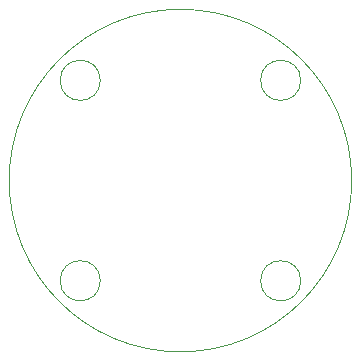
<source format=gbr>
%TF.GenerationSoftware,KiCad,Pcbnew,7.0.1*%
%TF.CreationDate,2024-02-10T23:36:13+09:00*%
%TF.ProjectId,connect,636f6e6e-6563-4742-9e6b-696361645f70,rev?*%
%TF.SameCoordinates,Original*%
%TF.FileFunction,Profile,NP*%
%FSLAX46Y46*%
G04 Gerber Fmt 4.6, Leading zero omitted, Abs format (unit mm)*
G04 Created by KiCad (PCBNEW 7.0.1) date 2024-02-10 23:36:13*
%MOMM*%
%LPD*%
G01*
G04 APERTURE LIST*
%TA.AperFunction,Profile*%
%ADD10C,0.100000*%
%TD*%
G04 APERTURE END LIST*
D10*
X10185281Y8485281D02*
G75*
G03*
X10185281Y8485281I-1700000J0D01*
G01*
X-6785281Y8485281D02*
G75*
G03*
X-6785281Y8485281I-1700000J0D01*
G01*
X10185281Y-8485281D02*
G75*
G03*
X10185281Y-8485281I-1700000J0D01*
G01*
X-6785281Y-8485281D02*
G75*
G03*
X-6785281Y-8485281I-1700000J0D01*
G01*
X14500000Y0D02*
G75*
G03*
X14500000Y0I-14500000J0D01*
G01*
M02*

</source>
